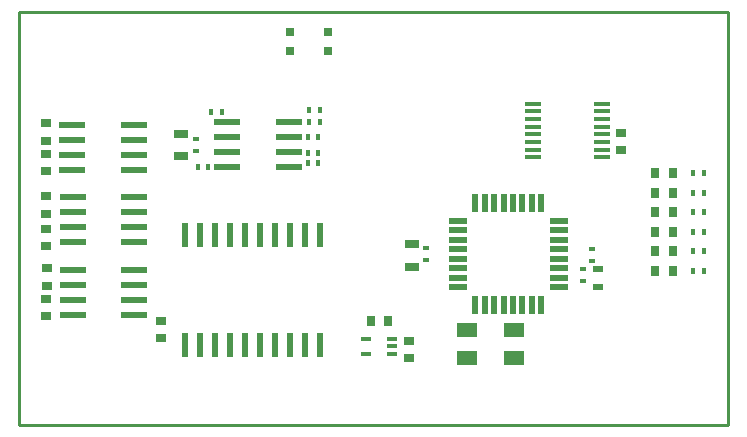
<source format=gtp>
G04*
G04 #@! TF.GenerationSoftware,Altium Limited,Altium Designer,18.0.12 (696)*
G04*
G04 Layer_Color=0*
%FSLAX44Y44*%
%MOMM*%
G71*
G01*
G75*
%ADD10C,0.2540*%
%ADD19R,0.6000X0.4500*%
%ADD20R,0.9000X0.5000*%
%ADD21R,0.4000X0.6000*%
%ADD22R,1.3000X0.8000*%
%ADD23R,2.2000X0.6000*%
%ADD24R,1.8000X1.2000*%
%ADD25R,0.7000X0.9000*%
%ADD26R,1.5000X0.5500*%
%ADD27R,0.5500X1.5000*%
%ADD28R,0.9000X0.8000*%
%ADD29R,0.8000X0.9000*%
%ADD30R,0.9000X0.7000*%
%ADD31R,0.8500X0.4000*%
%ADD32R,1.4000X0.4500*%
%ADD33R,0.7000X0.7500*%
%ADD34R,0.6000X2.0000*%
D10*
X600000D01*
X0D02*
Y350000D01*
X600000D01*
Y0D02*
Y350000D01*
D19*
X484632Y148764D02*
D03*
Y138764D02*
D03*
X477520Y132000D02*
D03*
Y122000D02*
D03*
X149352Y231982D02*
D03*
Y241982D02*
D03*
X344678Y149643D02*
D03*
Y139643D02*
D03*
D20*
X489557Y116960D02*
D03*
Y131960D02*
D03*
D21*
X159996Y218190D02*
D03*
X150996D02*
D03*
X162632Y265430D02*
D03*
X171632D02*
D03*
X245690Y266700D02*
D03*
X254690D02*
D03*
Y256290D02*
D03*
X245690D02*
D03*
X253166Y243586D02*
D03*
X244166D02*
D03*
X253166Y230378D02*
D03*
X244166D02*
D03*
Y221996D02*
D03*
X253166D02*
D03*
X579480Y163500D02*
D03*
X570480D02*
D03*
X579480Y146990D02*
D03*
X570480D02*
D03*
X579480Y130480D02*
D03*
X570480D02*
D03*
X579480Y213030D02*
D03*
X570480D02*
D03*
X579480Y196370D02*
D03*
X570480D02*
D03*
X579480Y180010D02*
D03*
X570480D02*
D03*
D22*
X136906Y227482D02*
D03*
Y246482D02*
D03*
X332740Y153010D02*
D03*
Y134010D02*
D03*
D23*
X176180Y243590D02*
D03*
X228180D02*
D03*
X176180Y256290D02*
D03*
Y230890D02*
D03*
Y218190D02*
D03*
X228180Y256290D02*
D03*
Y230890D02*
D03*
Y218190D02*
D03*
X45356Y118954D02*
D03*
X97356D02*
D03*
X45356Y131654D02*
D03*
Y106254D02*
D03*
Y93554D02*
D03*
X97356Y131654D02*
D03*
Y106254D02*
D03*
Y93554D02*
D03*
X97212Y154686D02*
D03*
Y167386D02*
D03*
Y192786D02*
D03*
X45212Y154686D02*
D03*
Y167386D02*
D03*
Y192786D02*
D03*
X97212Y180086D02*
D03*
X45212D02*
D03*
X96704Y216154D02*
D03*
Y228854D02*
D03*
Y254254D02*
D03*
X44704Y216154D02*
D03*
Y228854D02*
D03*
Y254254D02*
D03*
X96704Y241554D02*
D03*
X44704D02*
D03*
D24*
X378780Y56580D02*
D03*
X418780D02*
D03*
Y80580D02*
D03*
X378780D02*
D03*
D25*
X538150Y163500D02*
D03*
X553150D02*
D03*
X538150Y146990D02*
D03*
X553150D02*
D03*
X538150Y130480D02*
D03*
X553150D02*
D03*
X538150Y213030D02*
D03*
X553150D02*
D03*
X538150Y196370D02*
D03*
X553150D02*
D03*
X538150Y180010D02*
D03*
X553150D02*
D03*
D26*
X371020Y172780D02*
D03*
Y164780D02*
D03*
Y156780D02*
D03*
Y148780D02*
D03*
Y140780D02*
D03*
Y132780D02*
D03*
Y124780D02*
D03*
Y116780D02*
D03*
X457020D02*
D03*
Y124780D02*
D03*
Y132780D02*
D03*
Y140780D02*
D03*
Y148780D02*
D03*
Y156780D02*
D03*
Y164780D02*
D03*
Y172780D02*
D03*
D27*
X386020Y101780D02*
D03*
X394020D02*
D03*
X402020D02*
D03*
X410020D02*
D03*
X418020D02*
D03*
X426020D02*
D03*
X434020D02*
D03*
X442020D02*
D03*
Y187780D02*
D03*
X434020D02*
D03*
X426020D02*
D03*
X418020D02*
D03*
X410020D02*
D03*
X402020D02*
D03*
X394020D02*
D03*
X386020D02*
D03*
D28*
X22606Y215196D02*
D03*
Y229196D02*
D03*
X509644Y247008D02*
D03*
Y233008D02*
D03*
X22980Y106426D02*
D03*
Y92426D02*
D03*
X22650Y165964D02*
D03*
Y151964D02*
D03*
D29*
X297800Y87884D02*
D03*
X311800D02*
D03*
D30*
X329692Y56508D02*
D03*
Y71508D02*
D03*
X120396Y88367D02*
D03*
Y73367D02*
D03*
X22403Y255496D02*
D03*
Y240496D02*
D03*
X22198Y178629D02*
D03*
Y193629D02*
D03*
X23159Y117976D02*
D03*
Y132976D02*
D03*
D31*
X315796Y60048D02*
D03*
Y66548D02*
D03*
Y73048D02*
D03*
X293296D02*
D03*
Y60048D02*
D03*
D32*
X434602Y272254D02*
D03*
Y265754D02*
D03*
Y259254D02*
D03*
Y252754D02*
D03*
Y246254D02*
D03*
Y239754D02*
D03*
Y233254D02*
D03*
Y226754D02*
D03*
X493602Y272254D02*
D03*
Y265754D02*
D03*
Y259254D02*
D03*
Y252754D02*
D03*
Y246254D02*
D03*
Y239754D02*
D03*
Y233254D02*
D03*
Y226754D02*
D03*
D33*
X229110Y333116D02*
D03*
X261110D02*
D03*
Y316616D02*
D03*
X229110D02*
D03*
D34*
X140208Y67818D02*
D03*
X152908D02*
D03*
X165608D02*
D03*
X178308D02*
D03*
X191008D02*
D03*
X203708D02*
D03*
X216408D02*
D03*
X229108D02*
D03*
X241808D02*
D03*
X254508D02*
D03*
Y160818D02*
D03*
X241808D02*
D03*
X229108D02*
D03*
X216408D02*
D03*
X203708D02*
D03*
X191008D02*
D03*
X178308D02*
D03*
X165608D02*
D03*
X152908D02*
D03*
X140208D02*
D03*
M02*

</source>
